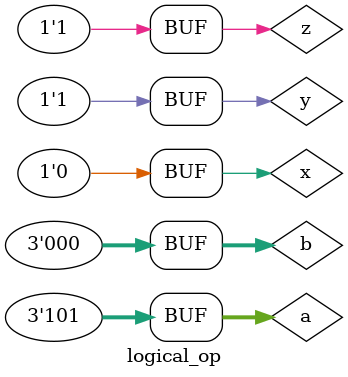
<source format=v>
`timescale 1ns / 1ps
/********************************************************************************************

Filename    :	   logical_op.v  

Description :      Design to verify functionality of logical operators

Author Name :      Lakshmi Ummidi

Version     :      1.0
*********************************************************************************************/
module logical_op();
	reg [2:0]a, b;
	reg x, y, z;
	
	initial begin
		a = 3'b101;
		b = 3'b000;
		
		x = a && b;
		y = a || b;
		z = !b;
		
		$monitor("x = %b, y = %b, z = %b", x, y, z);
	end
endmodule

</source>
